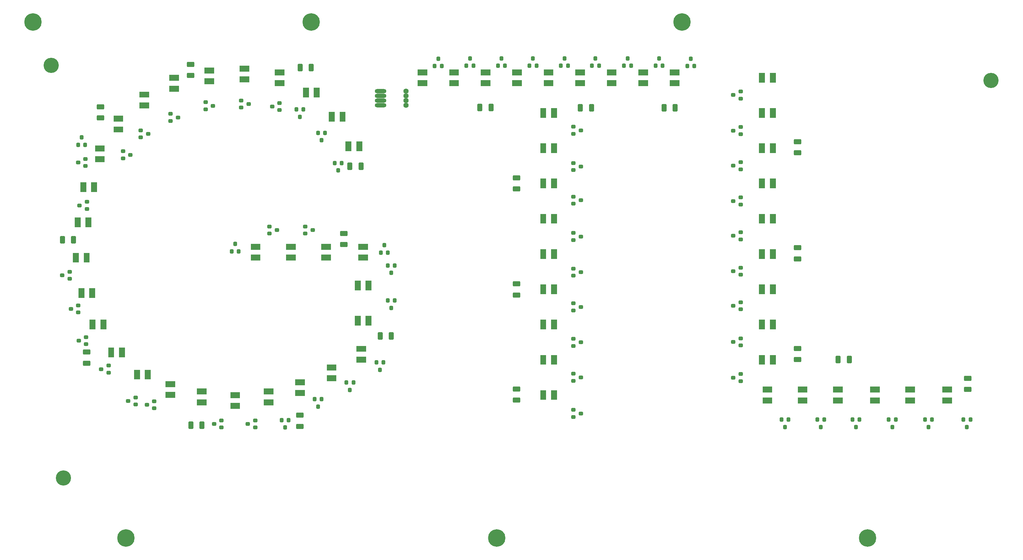
<source format=gts>
%FSTAX44Y44*%
%MOMM*%
%SFA1B1*%

%IPPOS*%
%AMD21*
4,1,8,-0.551180,0.299720,-0.551180,-0.299720,-0.350520,-0.500380,0.350520,-0.500380,0.551180,-0.299720,0.551180,0.299720,0.350520,0.500380,-0.350520,0.500380,-0.551180,0.299720,0.0*
1,1,0.403200,-0.350520,0.299720*
1,1,0.403200,-0.350520,-0.299720*
1,1,0.403200,0.350520,-0.299720*
1,1,0.403200,0.350520,0.299720*
%
%AMD22*
4,1,8,1.000760,-0.459740,1.000760,0.459740,0.784860,0.675640,-0.784860,0.675640,-1.000760,0.459740,-1.000760,-0.459740,-0.784860,-0.675640,0.784860,-0.675640,1.000760,-0.459740,0.0*
1,1,0.430000,0.784860,-0.459740*
1,1,0.430000,0.784860,0.459740*
1,1,0.430000,-0.784860,0.459740*
1,1,0.430000,-0.784860,-0.459740*
%
%AMD23*
4,1,8,-0.459740,-1.000760,0.459740,-1.000760,0.675640,-0.784860,0.675640,0.784860,0.459740,1.000760,-0.459740,1.000760,-0.675640,0.784860,-0.675640,-0.784860,-0.459740,-1.000760,0.0*
1,1,0.430000,-0.459740,-0.784860*
1,1,0.430000,0.459740,-0.784860*
1,1,0.430000,0.459740,0.784860*
1,1,0.430000,-0.459740,0.784860*
%
%AMD24*
4,1,8,-0.299720,-0.551180,0.299720,-0.551180,0.500380,-0.350520,0.500380,0.350520,0.299720,0.551180,-0.299720,0.551180,-0.500380,0.350520,-0.500380,-0.350520,-0.299720,-0.551180,0.0*
1,1,0.403200,-0.299720,-0.350520*
1,1,0.403200,0.299720,-0.350520*
1,1,0.403200,0.299720,0.350520*
1,1,0.403200,-0.299720,0.350520*
%
%ADD20C,4.099992*%
G04~CAMADD=21~8~0.0~0.0~395.0~434.3~79.4~0.0~15~0.0~0.0~0.0~0.0~0~0.0~0.0~0.0~0.0~0~0.0~0.0~0.0~90.0~434.0~394.0*
%ADD21D21*%
G04~CAMADD=22~8~0.0~0.0~531.5~787.4~84.6~0.0~15~0.0~0.0~0.0~0.0~0~0.0~0.0~0.0~0.0~0~0.0~0.0~0.0~270.0~788.0~532.0*
%ADD22D22*%
G04~CAMADD=23~8~0.0~0.0~531.5~787.4~84.6~0.0~15~0.0~0.0~0.0~0.0~0~0.0~0.0~0.0~0.0~0~0.0~0.0~0.0~180.0~532.0~788.0*
%ADD23D23*%
G04~CAMADD=24~8~0.0~0.0~395.0~434.3~79.4~0.0~15~0.0~0.0~0.0~0.0~0~0.0~0.0~0.0~0.0~0~0.0~0.0~0.0~180.0~394.0~434.0*
%ADD24D24*%
%ADD25O,3.153194X1.113198*%
%ADD26C,4.703191*%
%ADD27C,1.403197*%
%LNled_pd_gtl_wh_3000148_(4f00222l_7p00492a)-1*%
%LPD*%
G36*
X00633016Y0130649D02*
X00607016D01*
Y0132249*
X00633016*
Y0130649*
G37*
G36*
X00538016Y0130149D02*
X00512016D01*
Y0131749*
X00538016*
Y0130149*
G37*
G36*
X01793016Y01296491D02*
X01767016D01*
Y01312491*
X01793016*
Y01296491*
G37*
G36*
X01708016D02*
X01682016D01*
Y01312491*
X01708016*
Y01296491*
G37*
G36*
X01623016D02*
X01597016D01*
Y01312491*
X01623016*
Y01296491*
G37*
G36*
X01538016D02*
X01512016D01*
Y01312491*
X01538016*
Y01296491*
G37*
G36*
X01453016D02*
X01427016D01*
Y01312491*
X01453016*
Y01296491*
G37*
G36*
X01368016D02*
X01342016D01*
Y01312491*
X01368016*
Y01296491*
G37*
G36*
X01283016D02*
X01257016D01*
Y01312491*
X01283016*
Y01296491*
G37*
G36*
X01198016D02*
X01172016D01*
Y01312491*
X01198016*
Y01296491*
G37*
G36*
X01113016D02*
X01087016D01*
Y01312491*
X01113016*
Y01296491*
G37*
G36*
X00728016Y0129649D02*
X00702016D01*
Y0131249*
X00728016*
Y0129649*
G37*
G36*
X00443016Y0128149D02*
X00417016D01*
Y0129749*
X00443016*
Y0128149*
G37*
G36*
X00633016Y0127749D02*
X00607016D01*
Y0129349*
X00633016*
Y0127749*
G37*
G36*
X02052516Y01276991D02*
X02036516D01*
Y01302991*
X02052516*
Y01276991*
G37*
G36*
X02023516D02*
X02007516D01*
Y01302991*
X02023516*
Y01276991*
G37*
G36*
X00538016Y0127249D02*
X00512016D01*
Y0128849*
X00538016*
Y0127249*
G37*
G36*
X01793016Y01267491D02*
X01767016D01*
Y01283491*
X01793016*
Y01267491*
G37*
G36*
X01708016D02*
X01682016D01*
Y01283491*
X01708016*
Y01267491*
G37*
G36*
X01623016D02*
X01597016D01*
Y01283491*
X01623016*
Y01267491*
G37*
G36*
X01538016D02*
X01512016D01*
Y01283491*
X01538016*
Y01267491*
G37*
G36*
X01453016D02*
X01427016D01*
Y01283491*
X01453016*
Y01267491*
G37*
G36*
X01368016D02*
X01342016D01*
Y01283491*
X01368016*
Y01267491*
G37*
G36*
X01283016D02*
X01257016D01*
Y01283491*
X01283016*
Y01267491*
G37*
G36*
X01198016D02*
X01172016D01*
Y01283491*
X01198016*
Y01267491*
G37*
G36*
X01113016D02*
X01087016D01*
Y01283491*
X01113016*
Y01267491*
G37*
G36*
X00728016Y0126749D02*
X00702016D01*
Y0128349*
X00728016*
Y0126749*
G37*
G36*
X00443016Y0125249D02*
X00417016D01*
Y0126849*
X00443016*
Y0125249*
G37*
G36*
X00822516Y0123699D02*
X00806516D01*
Y0126299*
X00822516*
Y0123699*
G37*
G36*
X00793516D02*
X00777516D01*
Y0126299*
X00793516*
Y0123699*
G37*
G36*
X00363016Y0123649D02*
X00337016D01*
Y0125249*
X00363016*
Y0123649*
G37*
G36*
Y0120749D02*
X00337016D01*
Y0122349*
X00363016*
Y0120749*
G37*
G36*
X01462516Y0118199D02*
X01446516D01*
Y0120799*
X01462516*
Y0118199*
G37*
G36*
X01433516D02*
X01417516D01*
Y0120799*
X01433516*
Y0118199*
G37*
G36*
X02052516D02*
X02036516D01*
Y0120799*
X02052516*
Y0118199*
G37*
G36*
X02023516D02*
X02007516D01*
Y0120799*
X02023516*
Y0118199*
G37*
G36*
X00892516Y0117199D02*
X00876516D01*
Y01197991*
X00892516*
Y0117199*
G37*
G36*
X00863516D02*
X00847516D01*
Y01197991*
X00863516*
Y0117199*
G37*
G36*
X00293016Y0117149D02*
X00267016D01*
Y0118749*
X00293016*
Y0117149*
G37*
G36*
Y0114249D02*
X00267016D01*
Y0115849*
X00293016*
Y0114249*
G37*
G36*
X00937516Y0109199D02*
X00921516D01*
Y0111799*
X00937516*
Y0109199*
G37*
G36*
X00908516D02*
X00892516D01*
Y0111799*
X00908516*
Y0109199*
G37*
G36*
X00243016Y0109149D02*
X00217016D01*
Y0110749*
X00243016*
Y0109149*
G37*
G36*
X01462516Y01086991D02*
X01446516D01*
Y01112991*
X01462516*
Y01086991*
G37*
G36*
X01433516D02*
X01417516D01*
Y01112991*
X01433516*
Y01086991*
G37*
G36*
X02052516D02*
X02036516D01*
Y01112991*
X02052516*
Y01086991*
G37*
G36*
X02023516D02*
X02007516D01*
Y01112991*
X02023516*
Y01086991*
G37*
G36*
X00243016Y0106249D02*
X00217016D01*
Y0107849*
X00243016*
Y0106249*
G37*
G36*
X01462516Y0099199D02*
X01446516D01*
Y0101799*
X01462516*
Y0099199*
G37*
G36*
X01433516D02*
X01417516D01*
Y0101799*
X01433516*
Y0099199*
G37*
G36*
X02052516D02*
X02036516D01*
Y0101799*
X02052516*
Y0099199*
G37*
G36*
X02023516D02*
X02007516D01*
Y0101799*
X02023516*
Y0099199*
G37*
G36*
X00222516Y0098199D02*
X00206516D01*
Y0100799*
X00222516*
Y0098199*
G37*
G36*
X00193516D02*
X00177516D01*
Y0100799*
X00193516*
Y0098199*
G37*
G36*
X01462516Y00896989D02*
X01446516D01*
Y00922989*
X01462516*
Y00896989*
G37*
G36*
X01433516D02*
X01417516D01*
Y00922989*
X01433516*
Y00896989*
G37*
G36*
X02052516D02*
X02036516D01*
Y00922989*
X02052516*
Y00896989*
G37*
G36*
X02023516D02*
X02007516D01*
Y00922989*
X02023516*
Y00896989*
G37*
G36*
X00207516Y0088699D02*
X00191516D01*
Y0091299*
X00207516*
Y0088699*
G37*
G36*
X00178516D02*
X00162516D01*
Y0091299*
X00178516*
Y0088699*
G37*
G36*
X00953016Y0082649D02*
X00927016D01*
Y0084249*
X00953016*
Y0082649*
G37*
G36*
X00853016D02*
X00827016D01*
Y0084249*
X00853016*
Y0082649*
G37*
G36*
X00758016D02*
X00732016D01*
Y0084249*
X00758016*
Y0082649*
G37*
G36*
X00663016D02*
X00637016D01*
Y0084249*
X00663016*
Y0082649*
G37*
G36*
X01462516Y00801991D02*
X01446516D01*
Y00827991*
X01462516*
Y00801991*
G37*
G36*
X01433516D02*
X01417516D01*
Y00827991*
X01433516*
Y00801991*
G37*
G36*
X02052516Y0080199D02*
X02036516D01*
Y0082799*
X02052516*
Y0080199*
G37*
G36*
X02023516D02*
X02007516D01*
Y0082799*
X02023516*
Y0080199*
G37*
G36*
X00953016Y0079749D02*
X00927016D01*
Y0081349*
X00953016*
Y0079749*
G37*
G36*
X00853016D02*
X00827016D01*
Y0081349*
X00853016*
Y0079749*
G37*
G36*
X00758016D02*
X00732016D01*
Y0081349*
X00758016*
Y0079749*
G37*
G36*
X00663016D02*
X00637016D01*
Y0081349*
X00663016*
Y0079749*
G37*
G36*
X00202516Y0079199D02*
X00186516D01*
Y0081799*
X00202516*
Y0079199*
G37*
G36*
X00173516D02*
X00157516D01*
Y0081799*
X00173516*
Y0079199*
G37*
G36*
X00962516Y0071699D02*
X00946516D01*
Y0074299*
X00962516*
Y0071699*
G37*
G36*
X00933516D02*
X00917516D01*
Y0074299*
X00933516*
Y0071699*
G37*
G36*
X01462516Y00706989D02*
X01446516D01*
Y00732989*
X01462516*
Y00706989*
G37*
G36*
X01433516D02*
X01417516D01*
Y00732989*
X01433516*
Y00706989*
G37*
G36*
X02052516D02*
X02036516D01*
Y00732989*
X02052516*
Y00706989*
G37*
G36*
X02023516D02*
X02007516D01*
Y00732989*
X02023516*
Y00706989*
G37*
G36*
X00217516Y0069699D02*
X00201516D01*
Y0072299*
X00217516*
Y0069699*
G37*
G36*
X00188516D02*
X00172516D01*
Y0072299*
X00188516*
Y0069699*
G37*
G36*
X00962516Y0062199D02*
X00946516D01*
Y0064799*
X00962516*
Y0062199*
G37*
G36*
X00933516D02*
X00917516D01*
Y0064799*
X00933516*
Y0062199*
G37*
G36*
X01462516Y00611991D02*
X01446516D01*
Y00637991*
X01462516*
Y00611991*
G37*
G36*
X02052516D02*
X02036516D01*
Y00637991*
X02052516*
Y00611991*
G37*
G36*
X02023516D02*
X02007516D01*
Y00637991*
X02023516*
Y00611991*
G37*
G36*
X01433516D02*
X01417516D01*
Y00637991*
X01433516*
Y00611991*
G37*
G36*
X00247516Y0061199D02*
X00231516D01*
Y0063799*
X00247516*
Y0061199*
G37*
G36*
X00218516D02*
X00202516D01*
Y0063799*
X00218516*
Y0061199*
G37*
G36*
X00948016Y0055149D02*
X00922016D01*
Y0056749*
X00948016*
Y0055149*
G37*
G36*
X00297516Y0053699D02*
X00281516D01*
Y00562991*
X00297516*
Y0053699*
G37*
G36*
X00268516D02*
X00252516D01*
Y00562991*
X00268516*
Y0053699*
G37*
G36*
X00948016Y0052249D02*
X00922016D01*
Y0053849*
X00948016*
Y0052249*
G37*
G36*
X01462516Y0051699D02*
X01446516D01*
Y0054299*
X01462516*
Y0051699*
G37*
G36*
X01433516D02*
X01417516D01*
Y0054299*
X01433516*
Y0051699*
G37*
G36*
X02052516D02*
X02036516D01*
Y0054299*
X02052516*
Y0051699*
G37*
G36*
X02023516D02*
X02007516D01*
Y0054299*
X02023516*
Y0051699*
G37*
G36*
X00868016Y0050149D02*
X00842016D01*
Y0051749*
X00868016*
Y0050149*
G37*
G36*
X00367516Y0047699D02*
X00351516D01*
Y0050299*
X00367516*
Y0047699*
G37*
G36*
X00338516D02*
X00322516D01*
Y0050299*
X00338516*
Y0047699*
G37*
G36*
X00868016Y0047249D02*
X00842016D01*
Y0048849*
X00868016*
Y0047249*
G37*
G36*
X00783016Y0046149D02*
X00757016D01*
Y0047749*
X00783016*
Y0046149*
G37*
G36*
X00433016Y0045649D02*
X00407016D01*
Y0047249*
X00433016*
Y0045649*
G37*
G36*
X02528017Y00441491D02*
X02502017D01*
Y00457491*
X02528017*
Y00441491*
G37*
G36*
X02428017D02*
X02402017D01*
Y00457491*
X02428017*
Y00441491*
G37*
G36*
X02333016D02*
X02307016D01*
Y00457491*
X02333016*
Y00441491*
G37*
G36*
X02233016D02*
X02207016D01*
Y00457491*
X02233016*
Y00441491*
G37*
G36*
X02138017D02*
X02112017D01*
Y00457491*
X02138017*
Y00441491*
G37*
G36*
X02043016D02*
X02017016D01*
Y00457491*
X02043016*
Y00441491*
G37*
G36*
X00698016Y0043649D02*
X00672016D01*
Y0045249*
X00698016*
Y0043649*
G37*
G36*
X00518016D02*
X00492016D01*
Y0045249*
X00518016*
Y0043649*
G37*
G36*
X00783016Y0043249D02*
X00757016D01*
Y0044849*
X00783016*
Y0043249*
G37*
G36*
X00433016Y0042749D02*
X00407016D01*
Y0044349*
X00433016*
Y0042749*
G37*
G36*
X00608016Y0042649D02*
X00582016D01*
Y0044249*
X00608016*
Y0042649*
G37*
G36*
X01462516Y00421991D02*
X01446516D01*
Y00447991*
X01462516*
Y00421991*
G37*
G36*
X01433516D02*
X01417516D01*
Y00447991*
X01433516*
Y00421991*
G37*
G36*
X02528017Y00412491D02*
X02502017D01*
Y00428491*
X02528017*
Y00412491*
G37*
G36*
X02428017D02*
X02402017D01*
Y00428491*
X02428017*
Y00412491*
G37*
G36*
X02333016D02*
X02307016D01*
Y00428491*
X02333016*
Y00412491*
G37*
G36*
X02233016D02*
X02207016D01*
Y00428491*
X02233016*
Y00412491*
G37*
G36*
X02138017D02*
X02112017D01*
Y00428491*
X02138017*
Y00412491*
G37*
G36*
X02043016D02*
X02017016D01*
Y00428491*
X02043016*
Y00412491*
G37*
G36*
X00698016Y0040749D02*
X00672016D01*
Y0042349*
X00698016*
Y0040749*
G37*
G36*
X00518016D02*
X00492016D01*
Y0042349*
X00518016*
Y0040749*
G37*
G36*
X00608016Y0039749D02*
X00582016D01*
Y0041349*
X00608016*
Y0039749*
G37*
G54D20*
X02632999Y01282499D03*
X00098499Y01323499D03*
X00131431Y00211395D03*
G54D21*
X01937999Y01243248D03*
X01957999Y01252748D03*
Y01233748D03*
X01937999Y01147465D03*
X01957999Y01156965D03*
Y01137965D03*
X01937999Y01052861D03*
X01957999Y01062361D03*
Y01043361D03*
X01937999Y00957725D03*
X01957999Y00967225D03*
Y00948225D03*
X01937999Y00863968D03*
X01957999Y00873468D03*
Y00854468D03*
X01937999Y00768421D03*
X01957999Y00777922D03*
Y00758922D03*
X01937999Y00675658D03*
X01957999Y00685158D03*
Y00666158D03*
X01937999Y00578029D03*
X01957999Y00587529D03*
Y00568529D03*
X01937999Y00481955D03*
X01957999Y00491455D03*
Y00472455D03*
X01526749Y010505D03*
X01506749Y01041D03*
Y0106D03*
X01526791Y00960057D03*
X01506791Y00950557D03*
Y00969557D03*
X01526791Y00862128D03*
X01506791Y00852628D03*
Y00871628D03*
X01526791Y0076605D03*
X01506791Y0075655D03*
Y0077555D03*
X01526791Y00672386D03*
X01506791Y00662886D03*
Y00681886D03*
X01526791Y00576963D03*
X01506791Y00567463D03*
Y00586463D03*
X01526791Y00482775D03*
X01506791Y00473275D03*
Y00492275D03*
X01526791Y003854D03*
X01506791Y003759D03*
Y00394901D03*
X01526791Y01148212D03*
X01506791Y01138712D03*
Y01157712D03*
X00803749Y0087975D03*
X00783749Y0087025D03*
Y0088925D03*
X00707249Y0087975D03*
X00687249Y0087025D03*
Y0088925D03*
X00628999Y00356998D03*
X00648999Y00366498D03*
Y00347498D03*
X00537999Y00356998D03*
X00557999Y00366498D03*
Y00347498D03*
X00356749Y00408998D03*
X00376749Y00418498D03*
Y00399498D03*
X00306499Y00418748D03*
X00326499Y00428248D03*
Y00409248D03*
X00233749Y00504748D03*
X00253749Y00514248D03*
Y00495248D03*
X00172999Y00581748D03*
X00192999Y00591248D03*
Y00572248D03*
X00151999Y00666998D03*
X00171999Y00676498D03*
Y00657498D03*
X00128499Y00757748D03*
X00148499Y00767248D03*
Y00748248D03*
X00174999Y00945998D03*
X00194999Y00955498D03*
Y00936498D03*
X00171249Y01061748D03*
X00191249Y01071248D03*
Y01052248D03*
X00312499Y0108225D03*
X00292499Y0107275D03*
Y0109175D03*
X00360499Y0113875D03*
X00340499Y0112925D03*
Y0114825D03*
X00440749Y01183D03*
X00420749Y011735D03*
Y011925D03*
X00534999Y0121425D03*
X00514999Y0120475D03*
Y0122375D03*
X00630999Y0121925D03*
X00610999Y0120975D03*
Y0122875D03*
X00694749Y01212248D03*
X00714749Y01221748D03*
Y01202748D03*
G54D22*
X02111249Y00530499D03*
Y00560499D03*
X02570249Y00450249D03*
Y00480249D03*
X01353249Y00990499D03*
Y01020499D03*
Y00704499D03*
Y00734499D03*
Y00421499D03*
Y00451499D03*
X00887999Y00870249D03*
Y00840249D03*
X00769749Y00350749D03*
Y00380749D03*
X00194249Y00520749D03*
Y00550749D03*
X00231499Y01211499D03*
Y01181499D03*
X00474499Y01325999D03*
Y01295999D03*
X02111249Y00831749D03*
Y00801749D03*
Y01117749D03*
Y01087749D03*
G54D23*
X02220749Y00530999D03*
X02250749D03*
X01284749Y01209999D03*
X01254749D03*
X01781203Y01209249D03*
X01751203D03*
X0155575D03*
X01525749D03*
X01016Y00594499D03*
X00985999D03*
X00475249Y00353499D03*
X00505249D03*
X00129249Y00852999D03*
X00159249D03*
X00800249Y01316999D03*
X00770249D03*
X00904249Y01051749D03*
X00934249D03*
G54D24*
X0207725Y00348749D03*
X0206775Y00368749D03*
X0208675D03*
X02173828Y00348749D03*
X02164328Y00368749D03*
X02183328D03*
X02269011Y00348749D03*
X02259511Y00368749D03*
X02278511D03*
X02366753Y00348749D03*
X02357253Y00368749D03*
X02376253D03*
X02464555Y00348749D03*
X02455055Y00368749D03*
X02474055D03*
X02567981Y00348749D03*
X02558481Y00368749D03*
X02577481D03*
X01823629Y01341241D03*
X01833129Y01321241D03*
X01814129D03*
X01738052Y01341999D03*
X01747552Y01321999D03*
X01728552D03*
X01652998Y01341999D03*
X01662498Y01321999D03*
X01643498D03*
X01566498Y01341999D03*
X01575998Y01321999D03*
X01556998D03*
X01482748Y01341999D03*
X01492248Y01321999D03*
X01473248D03*
X01397998Y01341999D03*
X01407498Y01321999D03*
X01388498D03*
X01312998Y01341999D03*
X01322498Y01321999D03*
X01303498D03*
X01227918Y01341999D03*
X01237418Y01321999D03*
X01218418D03*
X01142502Y01341241D03*
X01152002Y01321241D03*
X01133002D03*
X00594748Y00842249D03*
X00604248Y00822249D03*
X00585248D03*
X00996998Y00838499D03*
X01006498Y00818499D03*
X00987498D03*
X0101575Y00764249D03*
X0100625Y00784249D03*
X0102525D03*
X0101575Y00669499D03*
X0100625Y00689499D03*
X0102525D03*
X0098525Y00502749D03*
X0097575Y00522749D03*
X0099475D03*
X0090425Y00448749D03*
X0089475Y00468749D03*
X0091375D03*
X008185Y00403999D03*
X00809Y00423999D03*
X00828D03*
X0072975Y00347499D03*
X0072025Y00367499D03*
X0073925D03*
X00180998Y01128999D03*
X00190498Y01108999D03*
X00171498D03*
X007695Y01184249D03*
X0076Y01204249D03*
X00779D03*
X0082775Y01121499D03*
X0081825Y01141499D03*
X0083725D03*
X0087275Y01039999D03*
X0086325Y01059999D03*
X0088225D03*
G54D25*
X00986949Y01253599D03*
Y01240899D03*
Y01215499D03*
Y01228199D03*
G54D26*
X02299999Y00049999D03*
X01300016Y0004999D03*
X00300016D03*
X01800016Y0143999D03*
X00800016D03*
X00050016D03*
G54D27*
X01055249Y01253599D03*
Y01215499D03*
Y01228199D03*
Y01240899D03*
M02*
</source>
